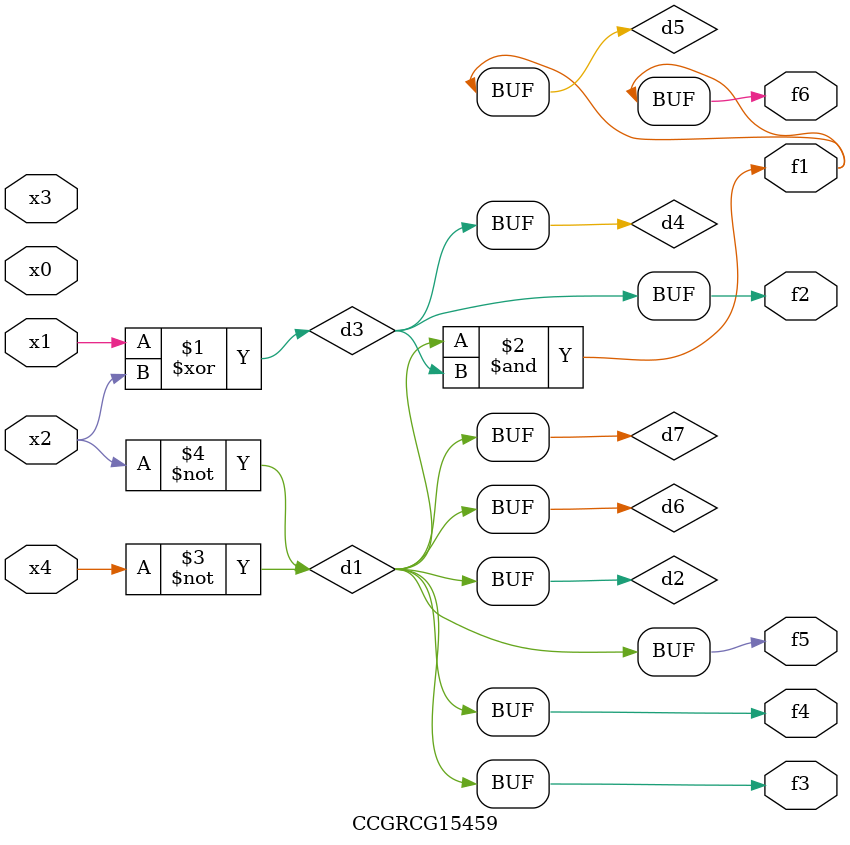
<source format=v>
module CCGRCG15459(
	input x0, x1, x2, x3, x4,
	output f1, f2, f3, f4, f5, f6
);

	wire d1, d2, d3, d4, d5, d6, d7;

	not (d1, x4);
	not (d2, x2);
	xor (d3, x1, x2);
	buf (d4, d3);
	and (d5, d1, d3);
	buf (d6, d1, d2);
	buf (d7, d2);
	assign f1 = d5;
	assign f2 = d4;
	assign f3 = d7;
	assign f4 = d7;
	assign f5 = d7;
	assign f6 = d5;
endmodule

</source>
